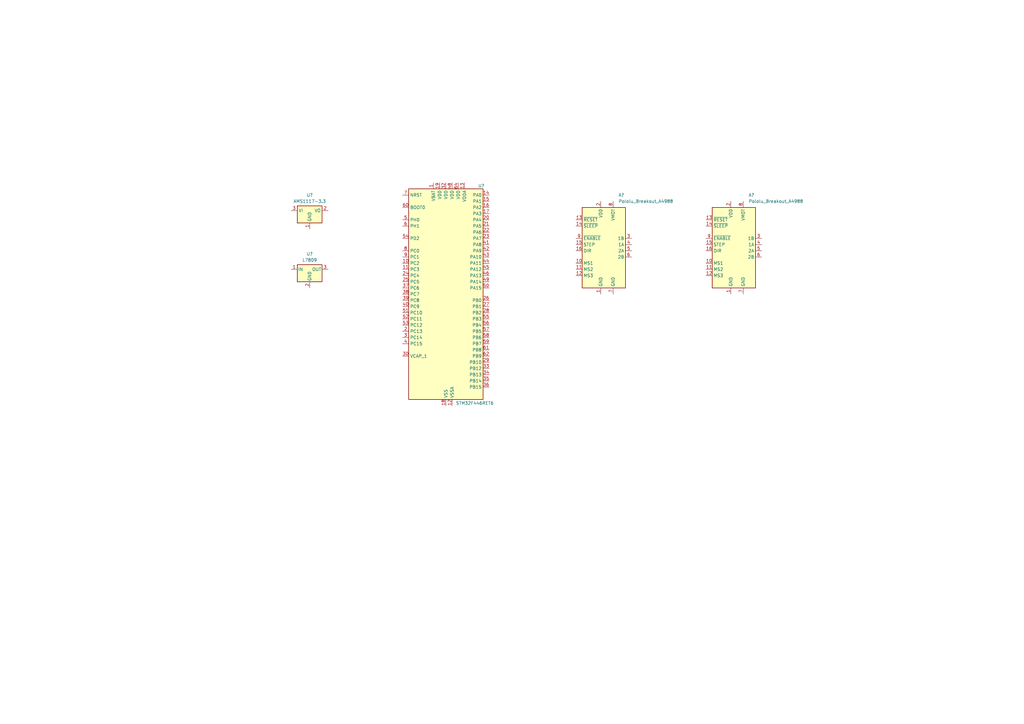
<source format=kicad_sch>
(kicad_sch (version 20231120) (generator "eeschema") (generator_version "8.0")
  (paper "A3")
  (title_block (title "Autonóm fegyverrendszer") (date "2024-04-01") (rev "0.1") (company "BME"))
  (lib_symbols
    (symbol "Driver_Motor:Pololu_Breakout_A4988"
      (property "Reference" "A" (at -2.54 19.05 0))
      (property "Value" "Pololu_Breakout_A4988" (at -2.54 16.51 0))
      (symbol "Pololu_Breakout_A4988_0_1"
        (rectangle (start 10.16 -17.78) (end -7.62 15.24) (stroke (width 0.254)) (fill (type background)))
      )
      (symbol "Pololu_Breakout_A4988_1_1"
        (pin power_in line (at 0 -20.32 90) (length 2.54) (name "GND") (number "1"))
        (pin input line (at -10.16 -7.62 0) (length 2.54) (name "MS1") (number "10"))
        (pin input line (at -10.16 -10.16 0) (length 2.54) (name "MS2") (number "11"))
        (pin input line (at -10.16 -12.7 0) (length 2.54) (name "MS3") (number "12"))
        (pin input line (at -10.16 10.16 0) (length 2.54) (name "~{RESET}") (number "13"))
        (pin input line (at -10.16 7.62 0) (length 2.54) (name "~{SLEEP}") (number "14"))
        (pin input line (at -10.16 0 0) (length 2.54) (name "STEP") (number "15"))
        (pin input line (at -10.16 -2.54 0) (length 2.54) (name "DIR") (number "16"))
        (pin power_in line (at 0 17.78 270) (length 2.54) (name "VDD") (number "2"))
        (pin output line (at 12.7 2.54 180) (length 2.54) (name "1B") (number "3"))
        (pin output line (at 12.7 0 180) (length 2.54) (name "1A") (number "4"))
        (pin output line (at 12.7 -2.54 180) (length 2.54) (name "2A") (number "5"))
        (pin output line (at 12.7 -5.08 180) (length 2.54) (name "2B") (number "6"))
        (pin power_in line (at 5.08 -20.32 90) (length 2.54) (name "GND") (number "7"))
        (pin power_in line (at 5.08 17.78 270) (length 2.54) (name "VMOT") (number "8"))
        (pin input line (at -10.16 2.54 0) (length 2.54) (name "~{ENABLE}") (number "9"))
      )
    )
    (symbol "MCU_ST_STM32F4:STM32F446RETx"
      (property "Reference" "U" (at -15.24 44.45 0))
      (property "Value" "STM32F446RETx" (at 10.16 44.45 0))
      (symbol "STM32F446RETx_0_1"
        (rectangle (start -15.24 -43.18) (end 15.24 43.18) (stroke (width 0.254)) (fill (type background)))
      )
      (symbol "STM32F446RETx_1_1"
        (pin power_in line (at -5.08 45.72 270) (length 2.54) (name "VBAT") (number "1"))
        (pin bidirectional line (at -17.78 12.7 0) (length 2.54) (name "PC2") (number "10"))
        (pin bidirectional line (at -17.78 10.16 0) (length 2.54) (name "PC3") (number "11"))
        (pin power_in line (at 2.54 -45.72 90) (length 2.54) (name "VSSA") (number "12"))
        (pin power_in line (at 7.62 45.72 270) (length 2.54) (name "VDDA") (number "13"))
        (pin bidirectional line (at 17.78 40.64 180) (length 2.54) (name "PA0") (number "14"))
        (pin bidirectional line (at 17.78 38.1 180) (length 2.54) (name "PA1") (number "15"))
        (pin bidirectional line (at 17.78 35.56 180) (length 2.54) (name "PA2") (number "16"))
        (pin bidirectional line (at 17.78 33.02 180) (length 2.54) (name "PA3") (number "17"))
        (pin power_in line (at 0 -45.72 90) (length 2.54) (name "VSS") (number "18"))
        (pin power_in line (at -2.54 45.72 270) (length 2.54) (name "VDD") (number "19"))
        (pin bidirectional line (at -17.78 -15.24 0) (length 2.54) (name "PC13") (number "2"))
        (pin bidirectional line (at 17.78 30.48 180) (length 2.54) (name "PA4") (number "20"))
        (pin bidirectional line (at 17.78 27.94 180) (length 2.54) (name "PA5") (number "21"))
        (pin bidirectional line (at 17.78 25.4 180) (length 2.54) (name "PA6") (number "22"))
        (pin bidirectional line (at 17.78 22.86 180) (length 2.54) (name "PA7") (number "23"))
        (pin bidirectional line (at -17.78 7.62 0) (length 2.54) (name "PC4") (number "24"))
        (pin bidirectional line (at -17.78 5.08 0) (length 2.54) (name "PC5") (number "25"))
        (pin bidirectional line (at 17.78 -2.54 180) (length 2.54) (name "PB0") (number "26"))
        (pin bidirectional line (at 17.78 -5.08 180) (length 2.54) (name "PB1") (number "27"))
        (pin bidirectional line (at 17.78 -7.62 180) (length 2.54) (name "PB2") (number "28"))
        (pin bidirectional line (at 17.78 -27.94 180) (length 2.54) (name "PB10") (number "29"))
        (pin bidirectional line (at -17.78 -17.78 0) (length 2.54) (name "PC14") (number "3"))
        (pin power_out line (at -17.78 -25.4 0) (length 2.54) (name "VCAP_1") (number "30"))
        (pin passive line (at 0 -45.72 90) (length 2.54) hide (name "VSS") (number "31"))
        (pin power_in line (at 0 45.72 270) (length 2.54) (name "VDD") (number "32"))
        (pin bidirectional line (at 17.78 -30.48 180) (length 2.54) (name "PB12") (number "33"))
        (pin bidirectional line (at 17.78 -33.02 180) (length 2.54) (name "PB13") (number "34"))
        (pin bidirectional line (at 17.78 -35.56 180) (length 2.54) (name "PB14") (number "35"))
        (pin bidirectional line (at 17.78 -38.1 180) (length 2.54) (name "PB15") (number "36"))
        (pin bidirectional line (at -17.78 2.54 0) (length 2.54) (name "PC6") (number "37"))
        (pin bidirectional line (at -17.78 0 0) (length 2.54) (name "PC7") (number "38"))
        (pin bidirectional line (at -17.78 -2.54 0) (length 2.54) (name "PC8") (number "39"))
        (pin bidirectional line (at -17.78 -20.32 0) (length 2.54) (name "PC15") (number "4"))
        (pin bidirectional line (at -17.78 -5.08 0) (length 2.54) (name "PC9") (number "40"))
        (pin bidirectional line (at 17.78 20.32 180) (length 2.54) (name "PA8") (number "41"))
        (pin bidirectional line (at 17.78 17.78 180) (length 2.54) (name "PA9") (number "42"))
        (pin bidirectional line (at 17.78 15.24 180) (length 2.54) (name "PA10") (number "43"))
        (pin bidirectional line (at 17.78 12.7 180) (length 2.54) (name "PA11") (number "44"))
        (pin bidirectional line (at 17.78 10.16 180) (length 2.54) (name "PA12") (number "45"))
        (pin bidirectional line (at 17.78 7.62 180) (length 2.54) (name "PA13") (number "46"))
        (pin passive line (at 0 -45.72 90) (length 2.54) hide (name "VSS") (number "47"))
        (pin power_in line (at 2.54 45.72 270) (length 2.54) (name "VDD") (number "48"))
        (pin bidirectional line (at 17.78 5.08 180) (length 2.54) (name "PA14") (number "49"))
        (pin bidirectional line (at -17.78 30.48 0) (length 2.54) (name "PH0") (number "5"))
        (pin bidirectional line (at 17.78 2.54 180) (length 2.54) (name "PA15") (number "50"))
        (pin bidirectional line (at -17.78 -7.62 0) (length 2.54) (name "PC10") (number "51"))
        (pin bidirectional line (at -17.78 -10.16 0) (length 2.54) (name "PC11") (number "52"))
        (pin bidirectional line (at -17.78 -12.7 0) (length 2.54) (name "PC12") (number "53"))
        (pin bidirectional line (at -17.78 22.86 0) (length 2.54) (name "PD2") (number "54"))
        (pin bidirectional line (at 17.78 -10.16 180) (length 2.54) (name "PB3") (number "55"))
        (pin bidirectional line (at 17.78 -12.7 180) (length 2.54) (name "PB4") (number "56"))
        (pin bidirectional line (at 17.78 -15.24 180) (length 2.54) (name "PB5") (number "57"))
        (pin bidirectional line (at 17.78 -17.78 180) (length 2.54) (name "PB6") (number "58"))
        (pin bidirectional line (at 17.78 -20.32 180) (length 2.54) (name "PB7") (number "59"))
        (pin bidirectional line (at -17.78 27.94 0) (length 2.54) (name "PH1") (number "6"))
        (pin input line (at -17.78 35.56 0) (length 2.54) (name "BOOT0") (number "60"))
        (pin bidirectional line (at 17.78 -22.86 180) (length 2.54) (name "PB8") (number "61"))
        (pin bidirectional line (at 17.78 -25.4 180) (length 2.54) (name "PB9") (number "62"))
        (pin passive line (at 0 -45.72 90) (length 2.54) hide (name "VSS") (number "63"))
        (pin power_in line (at 5.08 45.72 270) (length 2.54) (name "VDD") (number "64"))
        (pin input line (at -17.78 40.64 0) (length 2.54) (name "NRST") (number "7"))
        (pin bidirectional line (at -17.78 17.78 0) (length 2.54) (name "PC0") (number "8"))
        (pin bidirectional line (at -17.78 15.24 0) (length 2.54) (name "PC1") (number "9"))
      )
    )
    (symbol "Regulator_Linear:AMS1117-3.3"
      (property "Reference" "U" (at -3.81 3.175 0))
      (property "Value" "AMS1117-3.3" (at 0 3.175 0))
      (symbol "AMS1117-3.3_0_1"
        (rectangle (start -5.08 -5.08) (end 5.08 1.905) (stroke (width 0.254)) (fill (type background)))
      )
      (symbol "AMS1117-3.3_1_1"
        (pin power_in line (at 0 -7.62 90) (length 2.54) (name "GND") (number "1"))
        (pin power_out line (at 7.62 0 180) (length 2.54) (name "VO") (number "2"))
        (pin power_in line (at -7.62 0 0) (length 2.54) (name "VI") (number "3"))
      )
    )
    (symbol "Regulator_Linear:L7809" (pin_names (offset 0.254))
      (property "Reference" "U" (at -3.81 3.175 0))
      (property "Value" "L7809" (at 0 3.175 0))
      (symbol "L7809_0_1"
        (rectangle (start -5.08 1.905) (end 5.08 -5.08) (stroke (width 0.254)) (fill (type background)))
      )
      (symbol "L7809_1_1"
        (pin power_in line (at -7.62 0 0) (length 2.54) (name "IN") (number "1"))
        (pin power_in line (at 0 -7.62 90) (length 2.54) (name "GND") (number "2"))
        (pin power_out line (at 7.62 0 180) (length 2.54) (name "OUT") (number "3"))
      )
    )
  )
  (symbol (lib_id "Driver_Motor:Pololu_Breakout_A4988") (at 299.72 100.33 0) (unit 1)
    (property "Reference" "A?" (at 306.9941 80.01 0) (effects (justify left)))
    (property "Value" "Pololu_Breakout_A4988" (at 306.9941 82.55 0) (effects (justify left)))
    (property "Footprint" "Module:Pololu_Breakout-16_15.2x20.3mm" (effects (hide yes)))
    (property "Datasheet" "https://www.pololu.com/product/2980/pictures" (effects (hide yes)))
    (property "Description" "Pololu Breakout Board, Stepper Driver A4988" (effects (hide yes)))
  )
  (symbol (lib_id "Regulator_Linear:L7809") (at 127 110.49 0) (unit 1)
    (property "Reference" "U?" (at 127 104.14 0))
    (property "Value" "L7809" (at 127 106.68 0))
    (property "Datasheet" "http://www.st.com/content/ccc/resource/technical/document/datasheet/41/4f/b3/b0/12/d4/47/88/CD00000444.pdf/files/CD00000444.pdf/jcr:content/translations/en.CD00000444.pdf" (effects (hide yes)))
    (property "Description" "Positive 1.5A 35V Linear Regulator, Fixed Output 9V, TO-220/TO-263/TO-252" (effects (hide yes)))
  )
  (symbol (lib_id "MCU_ST_STM32F4:STM32F446RETx") (at 182.88 120.65 0) (unit 1)
    (property "Reference" "U?" (at 196.088 76.2 0) (effects (justify left)))
    (property "Value" "STM32F446RET6" (at 186.944 165.354 0) (effects (justify left)))
    (property "Footprint" "Package_QFP:LQFP-64_10x10mm_P0.5mm" (effects (hide yes)))
    (property "Datasheet" "https://www.st.com/resource/en/datasheet/stm32f446re.pdf" (effects (hide yes)))
    (property "Description" "STMicroelectronics Arm Cortex-M4 MCU, 512KB flash, 128KB RAM, 180 MHz, 1.8-3.6V, 50 GPIO, LQFP64" (effects (hide yes)))
  )
  (symbol (lib_id "Driver_Motor:Pololu_Breakout_A4988") (at 246.38 100.33 0) (unit 1)
    (property "Reference" "A?" (at 253.6541 80.01 0) (effects (justify left)))
    (property "Value" "Pololu_Breakout_A4988" (at 253.6541 82.55 0) (effects (justify left)))
    (property "Footprint" "Module:Pololu_Breakout-16_15.2x20.3mm" (effects (hide yes)))
    (property "Datasheet" "https://www.pololu.com/product/2980/pictures" (effects (hide yes)))
    (property "Description" "Pololu Breakout Board, Stepper Driver A4988" (effects (hide yes)))
  )
  (symbol (lib_id "Regulator_Linear:AMS1117-3.3") (at 127 86.36 0) (unit 1)
    (property "Reference" "U?" (at 127 80.01 0))
    (property "Value" "AMS1117-3.3" (at 127 82.55 0))
    (property "Footprint" "Package_TO_SOT_SMD:SOT-223-3_TabPin2" (effects (hide yes)))
    (property "Datasheet" "http://www.advanced-monolithic.com/pdf/ds1117.pdf" (effects (hide yes)))
    (property "Description" "1A Low Dropout regulator, positive, 3.3V fixed output, SOT-223" (effects (hide yes)))
  )
)
</source>
